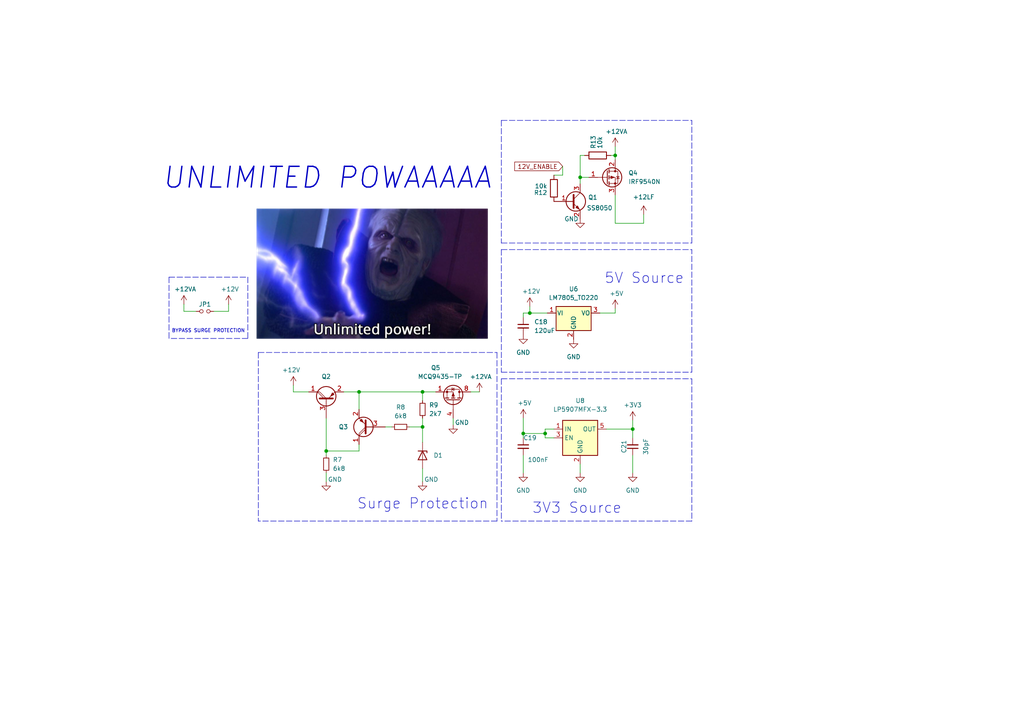
<source format=kicad_sch>
(kicad_sch (version 20211123) (generator eeschema)
  (paper "A4")
  (title_block (title "DashDash Mainboard") (date "2022-07-18") (rev "v2.0.0") (company "Churrosoft"))
  (lib_symbols
    (symbol "Device:C_Small" (pin_numbers hide) (pin_names (offset 0.254) hide)
      (property "Reference" "C" (at 0.254 1.778 0))
      (property "Value" "C_Small" (at 0.254 -2.032 0))
      (symbol "C_Small_0_1"
        (polyline (pts (xy -1.524 -0.508) (xy 1.524 -0.508)) (stroke (width 0.3302)))
        (polyline (pts (xy -1.524 0.508) (xy 1.524 0.508)) (stroke (width 0.3048)))
      )
      (symbol "C_Small_1_1"
        (pin passive line (at 0 2.54 270) (length 2.032) (name "~") (number "1"))
        (pin passive line (at 0 -2.54 90) (length 2.032) (name "~") (number "2"))
      )
    )
    (symbol "Device:Jumper_NO_Small" (pin_numbers hide) (pin_names (offset 0.762) hide)
      (property "Reference" "JP" (at 0 2.032 0))
      (property "Value" "Jumper_NO_Small" (at 0.254 -1.524 0))
      (symbol "Jumper_NO_Small_0_1"
        (circle (center -1.016 0) (radius 0.508))
        (circle (center 1.016 0) (radius 0.508))
        (pin passive line (at -2.54 0 0) (length 1.016) (name "1") (number "1"))
        (pin passive line (at 2.54 0 180) (length 1.016) (name "2") (number "2"))
      )
    )
    (symbol "Device:Q_PNP_Darlington_CEB" (pin_names (offset 0) hide)
      (property "Reference" "Q" (at 4.572 1.27 0))
      (property "Value" "Q_PNP_Darlington_CEB" (at 4.572 -1.27 0))
      (symbol "Q_PNP_Darlington_CEB_0_1"
        (polyline (pts (xy 0.635 0.635) (xy 2.54 2.54)))
        (polyline (pts (xy 0.635 -0.635) (xy 2.54 -2.54) (xy 2.54 -2.54)))
        (polyline (pts (xy 0.635 0) (xy 2.54 1.905) (xy 2.54 2.54)))
        (polyline (pts (xy 0.635 1.905) (xy 0.635 -1.905) (xy 0.635 -1.905)) (stroke (width 0.508)))
        (polyline (pts (xy 2.286 -1.778) (xy 1.778 -2.286) (xy 1.27 -1.27) (xy 2.286 -1.778) (xy 2.286 -1.778)) (fill (type outline)))
        (circle (center 1.27 0) (radius 2.8194) (stroke (width 0.254)))
      )
      (symbol "Q_PNP_Darlington_CEB_1_1"
        (pin passive line (at 2.54 5.08 270) (length 2.54) (name "C") (number "1"))
        (pin passive line (at 2.54 -5.08 90) (length 2.54) (name "E") (number "2"))
        (pin input line (at -5.08 0 0) (length 5.715) (name "B") (number "3"))
      )
    )
    (symbol "Device:R" (pin_numbers hide) (pin_names (offset 0))
      (property "Reference" "R" (at 2.032 0 90))
      (property "Value" "R" (at 0 0 90))
      (symbol "R_0_1"
        (rectangle (start -1.016 -2.54) (end 1.016 2.54) (stroke (width 0.254)))
      )
      (symbol "R_1_1"
        (pin passive line (at 0 3.81 270) (length 1.27) (name "~") (number "1"))
        (pin passive line (at 0 -3.81 90) (length 1.27) (name "~") (number "2"))
      )
    )
    (symbol "Device:R_Small" (pin_numbers hide) (pin_names (offset 0.254) hide)
      (property "Reference" "R" (at 0.762 0.508 0))
      (property "Value" "R_Small" (at 0.762 -1.016 0))
      (symbol "R_Small_0_1"
        (rectangle (start -0.762 1.778) (end 0.762 -1.778) (stroke (width 0.2032)))
      )
      (symbol "R_Small_1_1"
        (pin passive line (at 0 2.54 270) (length 0.762) (name "~") (number "1"))
        (pin passive line (at 0 -2.54 90) (length 0.762) (name "~") (number "2"))
      )
    )
    (symbol "Diode:BZX84Cxx" (pin_numbers hide) (pin_names hide)
      (property "Reference" "D" (at 0 3.81 0))
      (property "Value" "BZX84Cxx" (at 0 -3.81 0))
      (symbol "BZX84Cxx_0_1"
        (polyline (pts (xy 1.27 0) (xy -1.27 0)))
        (polyline (pts (xy -1.27 -1.27) (xy -1.27 1.27) (xy -0.762 1.27)) (stroke (width 0.254)))
        (polyline (pts (xy 1.27 -1.27) (xy 1.27 1.27) (xy -1.27 0) (xy 1.27 -1.27)) (stroke (width 0.254)))
      )
      (symbol "BZX84Cxx_1_1"
        (pin passive line (at 3.81 0 180) (length 2.54) (name "A") (number "1"))
        (pin no_connect line (at 1.27 0 180) (length 2.54) hide (name "NC") (number "2"))
        (pin passive line (at -3.81 0 0) (length 2.54) (name "K") (number "3"))
      )
    )
    (symbol "Regulator_Linear:LM7805_TO220" (pin_names (offset 0.254))
      (property "Reference" "U" (at -3.81 3.175 0))
      (property "Value" "LM7805_TO220" (at 0 3.175 0))
      (symbol "LM7805_TO220_0_1"
        (rectangle (start -5.08 1.905) (end 5.08 -5.08) (stroke (width 0.254)) (fill (type background)))
      )
      (symbol "LM7805_TO220_1_1"
        (pin power_in line (at -7.62 0 0) (length 2.54) (name "VI") (number "1"))
        (pin power_in line (at 0 -7.62 90) (length 2.54) (name "GND") (number "2"))
        (pin power_out line (at 7.62 0 180) (length 2.54) (name "VO") (number "3"))
      )
    )
    (symbol "Regulator_Linear:LP5907MFX-3.3"
      (property "Reference" "U" (at -3.81 6.35 0))
      (property "Value" "LP5907MFX-3.3" (at 6.35 6.35 0))
      (symbol "LP5907MFX-3.3_0_1"
        (rectangle (start -5.08 -5.08) (end 5.08 5.08) (stroke (width 0.254)) (fill (type background)))
        (pin power_in line (at -7.62 2.54 0) (length 2.54) (name "IN") (number "1"))
        (pin power_in line (at 0 -7.62 90) (length 2.54) (name "GND") (number "2"))
        (pin input line (at -7.62 0 0) (length 2.54) (name "EN") (number "3"))
        (pin no_connect line (at 5.08 0 180) (length 2.54) hide (name "NC") (number "4"))
        (pin power_out line (at 7.62 2.54 180) (length 2.54) (name "OUT") (number "5"))
      )
    )
    (symbol "Transistor_BJT:2N3055" (pin_names (offset 0) hide)
      (property "Reference" "Q" (at 5.08 1.905 0))
      (property "Value" "2N3055" (at 5.08 0 0))
      (symbol "2N3055_0_1"
        (polyline (pts (xy 0.635 0.635) (xy 2.54 2.54)))
        (polyline (pts (xy 0.635 -0.635) (xy 2.54 -2.54) (xy 2.54 -2.54)))
        (polyline (pts (xy 0.635 1.905) (xy 0.635 -1.905) (xy 0.635 -1.905)) (stroke (width 0.508)))
        (polyline (pts (xy 1.27 -1.778) (xy 1.778 -1.27) (xy 2.286 -2.286) (xy 1.27 -1.778) (xy 1.27 -1.778)) (fill (type outline)))
        (circle (center 1.27 0) (radius 2.8194) (stroke (width 0.254)))
      )
      (symbol "2N3055_1_1"
        (pin input line (at -5.08 0 0) (length 5.715) (name "B") (number "1"))
        (pin passive line (at 2.54 -5.08 90) (length 2.54) (name "E") (number "2"))
        (pin passive line (at 2.54 5.08 270) (length 2.54) (name "C") (number "3"))
      )
    )
    (symbol "Transistor_FET:IRF7404" (pin_names hide)
      (property "Reference" "Q" (at 5.08 1.905 0))
      (property "Value" "IRF7404" (at 5.08 0 0))
      (symbol "IRF7404_0_1"
        (polyline (pts (xy 0.254 0) (xy -2.54 0)))
        (polyline (pts (xy 0.254 1.905) (xy 0.254 -1.905)) (stroke (width 0.254)))
        (polyline (pts (xy 0.762 -1.27) (xy 0.762 -2.286)) (stroke (width 0.254)))
        (polyline (pts (xy 0.762 0.508) (xy 0.762 -0.508)) (stroke (width 0.254)))
        (polyline (pts (xy 0.762 2.286) (xy 0.762 1.27)) (stroke (width 0.254)))
        (polyline (pts (xy 2.54 2.54) (xy 2.54 1.778)))
        (polyline (pts (xy 2.54 -2.54) (xy 2.54 0) (xy 0.762 0)))
        (polyline (pts (xy 0.762 1.778) (xy 3.302 1.778) (xy 3.302 -1.778) (xy 0.762 -1.778)))
        (polyline (pts (xy 2.286 0) (xy 1.27 0.381) (xy 1.27 -0.381) (xy 2.286 0)) (fill (type outline)))
        (polyline (pts (xy 2.794 -0.508) (xy 2.921 -0.381) (xy 3.683 -0.381) (xy 3.81 -0.254)))
        (polyline (pts (xy 3.302 -0.381) (xy 2.921 0.254) (xy 3.683 0.254) (xy 3.302 -0.381)))
        (circle (center 1.651 0) (radius 2.794) (stroke (width 0.254)))
        (circle (center 2.54 -1.778) (radius 0.254) (fill (type outline)))
        (circle (center 2.54 1.778) (radius 0.254) (fill (type outline)))
      )
      (symbol "IRF7404_1_1"
        (pin passive line (at 2.54 -5.08 90) (length 2.54) (name "S") (number "1"))
        (pin passive line (at 2.54 -5.08 90) (length 2.54) hide (name "S") (number "2"))
        (pin passive line (at 2.54 -5.08 90) (length 2.54) hide (name "S") (number "3"))
        (pin passive line (at -5.08 0 0) (length 2.54) (name "G") (number "4"))
        (pin passive line (at 2.54 5.08 270) (length 2.54) hide (name "D") (number "5"))
        (pin passive line (at 2.54 5.08 270) (length 2.54) hide (name "D") (number "6"))
        (pin passive line (at 2.54 5.08 270) (length 2.54) hide (name "D") (number "7"))
        (pin passive line (at 2.54 5.08 270) (length 2.54) (name "D") (number "8"))
      )
    )
    (symbol "Transistor_FET:IRF9540N" (pin_names hide)
      (property "Reference" "Q" (at 5.08 1.905 0))
      (property "Value" "IRF9540N" (at 5.08 0 0))
      (symbol "IRF9540N_0_1"
        (polyline (pts (xy 0.254 0) (xy -2.54 0)))
        (polyline (pts (xy 0.254 1.905) (xy 0.254 -1.905)) (stroke (width 0.254)))
        (polyline (pts (xy 0.762 -1.27) (xy 0.762 -2.286)) (stroke (width 0.254)))
        (polyline (pts (xy 0.762 0.508) (xy 0.762 -0.508)) (stroke (width 0.254)))
        (polyline (pts (xy 0.762 2.286) (xy 0.762 1.27)) (stroke (width 0.254)))
        (polyline (pts (xy 2.54 2.54) (xy 2.54 1.778)))
        (polyline (pts (xy 2.54 -2.54) (xy 2.54 0) (xy 0.762 0)))
        (polyline (pts (xy 0.762 1.778) (xy 3.302 1.778) (xy 3.302 -1.778) (xy 0.762 -1.778)))
        (polyline (pts (xy 2.286 0) (xy 1.27 0.381) (xy 1.27 -0.381) (xy 2.286 0)) (fill (type outline)))
        (polyline (pts (xy 2.794 -0.508) (xy 2.921 -0.381) (xy 3.683 -0.381) (xy 3.81 -0.254)))
        (polyline (pts (xy 3.302 -0.381) (xy 2.921 0.254) (xy 3.683 0.254) (xy 3.302 -0.381)))
        (circle (center 1.651 0) (radius 2.794) (stroke (width 0.254)))
        (circle (center 2.54 -1.778) (radius 0.254) (fill (type outline)))
        (circle (center 2.54 1.778) (radius 0.254) (fill (type outline)))
      )
      (symbol "IRF9540N_1_1"
        (pin input line (at -5.08 0 0) (length 2.54) (name "G") (number "1"))
        (pin passive line (at 2.54 5.08 270) (length 2.54) (name "D") (number "2"))
        (pin passive line (at 2.54 -5.08 90) (length 2.54) (name "S") (number "3"))
      )
    )
    (symbol "power:+12LF" (power) (pin_names (offset 0))
      (property "Value" "+12LF" (at 0 3.556 0))
      (symbol "+12LF_0_1"
        (polyline (pts (xy -0.762 1.27) (xy 0 2.54)))
        (polyline (pts (xy 0 0) (xy 0 2.54)))
        (polyline (pts (xy 0 2.54) (xy 0.762 1.27)))
      )
      (symbol "+12LF_1_1"
        (pin power_in line (at 0 0 90) (length 0) hide (name "+12LF") (number "1"))
      )
    )
    (symbol "power:+12V" (power) (pin_names (offset 0))
      (property "Value" "+12V" (at 0 3.556 0))
      (symbol "+12V_0_1"
        (polyline (pts (xy -0.762 1.27) (xy 0 2.54)))
        (polyline (pts (xy 0 0) (xy 0 2.54)))
        (polyline (pts (xy 0 2.54) (xy 0.762 1.27)))
      )
      (symbol "+12V_1_1"
        (pin power_in line (at 0 0 90) (length 0) hide (name "+12V") (number "1"))
      )
    )
    (symbol "power:+12VA" (power) (pin_names (offset 0))
      (property "Value" "+12VA" (at 0 3.556 0))
      (symbol "+12VA_0_1"
        (polyline (pts (xy -0.762 1.27) (xy 0 2.54)))
        (polyline (pts (xy 0 0) (xy 0 2.54)))
        (polyline (pts (xy 0 2.54) (xy 0.762 1.27)))
      )
      (symbol "+12VA_1_1"
        (pin power_in line (at 0 0 90) (length 0) hide (name "+12VA") (number "1"))
      )
    )
    (symbol "power:+3V3" (power) (pin_names (offset 0))
      (property "Value" "+3V3" (at 0 3.556 0))
      (symbol "+3V3_0_1"
        (polyline (pts (xy -0.762 1.27) (xy 0 2.54)))
        (polyline (pts (xy 0 0) (xy 0 2.54)))
        (polyline (pts (xy 0 2.54) (xy 0.762 1.27)))
      )
      (symbol "+3V3_1_1"
        (pin power_in line (at 0 0 90) (length 0) hide (name "+3V3") (number "1"))
      )
    )
    (symbol "power:+5V" (power) (pin_names (offset 0))
      (property "Value" "+5V" (at 0 3.556 0))
      (symbol "+5V_0_1"
        (polyline (pts (xy -0.762 1.27) (xy 0 2.54)))
        (polyline (pts (xy 0 0) (xy 0 2.54)))
        (polyline (pts (xy 0 2.54) (xy 0.762 1.27)))
      )
      (symbol "+5V_1_1"
        (pin power_in line (at 0 0 90) (length 0) hide (name "+5V") (number "1"))
      )
    )
    (symbol "power:GND" (power) (pin_names (offset 0))
      (property "Value" "GND" (at 0 -3.81 0))
      (symbol "GND_0_1"
        (polyline (pts (xy 0 0) (xy 0 -1.27) (xy 1.27 -1.27) (xy 0 -2.54) (xy -1.27 -1.27) (xy 0 -1.27)))
      )
      (symbol "GND_1_1"
        (pin power_in line (at 0 0 270) (length 0) hide (name "GND") (number "1"))
      )
    )
  )
  (junction (at 151.765 125.73))
  (junction (at 178.435 45.085))
  (junction (at 104.14 113.665))
  (junction (at 122.555 123.825))
  (junction (at 94.615 130.81))
  (junction (at 153.67 90.805))
  (junction (at 122.555 113.665))
  (junction (at 158.115 125.73))
  (junction (at 183.515 124.46))
  (junction (at 168.275 51.435))
  (wire (pts (xy 178.435 89.535) (xy 178.435 90.805)))
  (wire (pts (xy 136.525 113.665) (xy 139.065 113.665)))
  (wire (pts (xy 122.555 135.89) (xy 122.555 139.7)))
  (wire (pts (xy 160.655 127) (xy 158.115 127)))
  (polyline (pts (xy 200.66 109.855) (xy 200.66 151.13)))
  (wire (pts (xy 169.545 45.085) (xy 168.275 45.085)))
  (polyline (pts (xy 200.66 70.485) (xy 200.66 34.925)))
  (polyline (pts (xy 145.415 34.925) (xy 145.415 70.485)))
  (polyline (pts (xy 71.882 98.171) (xy 49.022 98.171)))
  (wire (pts (xy 122.555 113.665) (xy 126.365 113.665)))
  (wire (pts (xy 94.615 137.16) (xy 94.615 139.7)))
  (wire (pts (xy 104.14 118.745) (xy 104.14 113.665)))
  (wire (pts (xy 61.976 90.297) (xy 66.294 90.297)))
  (wire (pts (xy 151.765 125.73) (xy 151.765 127)))
  (wire (pts (xy 94.615 130.81) (xy 104.14 130.81)))
  (wire (pts (xy 122.555 121.285) (xy 122.555 123.825)))
  (wire (pts (xy 122.555 116.205) (xy 122.555 113.665)))
  (wire (pts (xy 85.09 111.76) (xy 85.09 113.665)))
  (wire (pts (xy 151.765 92.075) (xy 151.765 90.805)))
  (polyline (pts (xy 49.022 80.391) (xy 49.022 98.171)))
  (wire (pts (xy 151.765 90.805) (xy 153.67 90.805)))
  (wire (pts (xy 160.655 50.8) (xy 163.195 50.8)))
  (wire (pts (xy 122.555 113.665) (xy 104.14 113.665)))
  (wire (pts (xy 158.115 124.46) (xy 160.655 124.46)))
  (wire (pts (xy 183.515 132.08) (xy 183.515 137.16)))
  (wire (pts (xy 183.515 124.46) (xy 183.515 127)))
  (polyline (pts (xy 145.415 70.485) (xy 200.66 70.485)))
  (polyline (pts (xy 200.66 151.13) (xy 145.415 151.13)))
  (wire (pts (xy 168.275 45.085) (xy 168.275 51.435)))
  (wire (pts (xy 178.435 42.545) (xy 178.435 45.085)))
  (wire (pts (xy 178.435 56.515) (xy 178.435 64.77)))
  (wire (pts (xy 94.615 130.81) (xy 94.615 132.08)))
  (wire (pts (xy 151.765 121.285) (xy 151.765 125.73)))
  (wire (pts (xy 177.165 45.085) (xy 178.435 45.085)))
  (wire (pts (xy 122.555 123.825) (xy 122.555 128.27)))
  (wire (pts (xy 53.34 90.297) (xy 56.896 90.297)))
  (wire (pts (xy 183.515 121.92) (xy 183.515 124.46)))
  (wire (pts (xy 175.895 124.46) (xy 183.515 124.46)))
  (wire (pts (xy 158.115 127) (xy 158.115 125.73)))
  (wire (pts (xy 94.615 121.285) (xy 94.615 130.81)))
  (wire (pts (xy 151.765 125.73) (xy 158.115 125.73)))
  (wire (pts (xy 104.14 130.81) (xy 104.14 128.905)))
  (wire (pts (xy 168.275 134.62) (xy 168.275 137.16)))
  (wire (pts (xy 170.815 51.435) (xy 168.275 51.435)))
  (polyline (pts (xy 145.415 107.95) (xy 200.66 107.95)))
  (wire (pts (xy 153.67 88.9) (xy 153.67 90.805)))
  (wire (pts (xy 153.67 90.805) (xy 158.75 90.805)))
  (polyline (pts (xy 145.415 109.855) (xy 145.415 151.13)))
  (wire (pts (xy 111.76 123.825) (xy 113.665 123.825)))
  (polyline (pts (xy 74.93 102.235) (xy 74.93 151.13)))
  (wire (pts (xy 178.435 64.77) (xy 186.69 64.77)))
  (wire (pts (xy 85.09 113.665) (xy 89.535 113.665)))
  (polyline (pts (xy 144.145 151.13) (xy 74.93 151.13)))
  (wire (pts (xy 178.435 45.085) (xy 178.435 46.355)))
  (polyline (pts (xy 145.415 72.39) (xy 145.415 107.95)))
  (wire (pts (xy 178.435 90.805) (xy 173.99 90.805)))
  (polyline (pts (xy 71.882 80.391) (xy 71.882 98.171)))
  (polyline (pts (xy 145.415 72.39) (xy 200.66 72.39)))
  (wire (pts (xy 66.294 90.297) (xy 66.294 88.265)))
  (wire (pts (xy 158.115 125.73) (xy 158.115 124.46)))
  (polyline (pts (xy 144.145 102.235) (xy 144.145 151.13)))
  (wire (pts (xy 99.695 113.665) (xy 104.14 113.665)))
  (wire (pts (xy 186.69 62.23) (xy 186.69 64.77)))
  (polyline (pts (xy 200.66 107.95) (xy 200.66 72.39)))
  (polyline (pts (xy 49.022 80.391) (xy 71.882 80.391)))
  (wire (pts (xy 131.445 121.285) (xy 131.445 123.19)))
  (polyline (pts (xy 145.415 34.925) (xy 200.66 34.925)))
  (wire (pts (xy 168.275 51.435) (xy 168.275 53.34)))
  (wire (pts (xy 118.745 123.825) (xy 122.555 123.825)))
  (polyline (pts (xy 74.93 102.235) (xy 144.145 102.235)))
  (polyline (pts (xy 145.415 109.855) (xy 200.66 109.855)))
  (wire (pts (xy 151.765 132.08) (xy 151.765 137.16)))
  (wire (pts (xy 163.195 48.26) (xy 163.195 50.8)))
  (wire (pts (xy 53.34 88.265) (xy 53.34 90.297)))
  (image (at 107.95 79.375) (scale 0.990123))
  (text "BYPASS SURGE PROTECTION" (at 49.784 96.647 0) (effects (font (size 1 1)) (justify left bottom)))
  (text "UNLIMITED POWAAAAA" (at 142.875 55.245 180) (effects (font (size 6 6) (thickness 0.4) bold italic) (justify right bottom)))
  (text "5V Source" (at 175.26 82.55 0) (effects (font (size 3 3)) (justify left bottom)))
  (text "Surge Protection" (at 103.505 147.955 0) (effects (font (size 3 3)) (justify left bottom)))
  (text "3V3 Source" (at 154.305 149.225 0) (effects (font (size 3 3)) (justify left bottom)))
  (global_label "12V_ENABLE" (shape input) (at 163.195 48.26 180) (property "Referencias entre hojas" "${INTERSHEET_REFS}" (effects hide)))
  (symbol (lib_id "power:+5V") (at 178.435 89.535 0) (unit 1)
    (property "Reference" "#PWR043" (effects hide))
    (property "Value" "+5V" (at 178.816 85.1408 0))
  )
  (symbol (lib_id "power:GND") (at 151.765 137.16 0) (unit 1)
    (property "Reference" "#PWR045" (effects hide))
    (property "Value" "GND" (at 151.765 142.24 0))
  )
  (symbol (lib_id "power:GND") (at 168.275 63.5 0) (unit 1)
    (property "Reference" "#PWR036" (effects hide))
    (property "Value" "GND" (at 165.735 63.5 0))
  )
  (symbol (lib_id "Device:R_Small") (at 122.555 118.745 0) (unit 1)
    (property "Reference" "R9" (at 124.46 117.4749 0) (effects (justify left)))
    (property "Value" "2k7" (at 124.46 120.0149 0) (effects (justify left)))
    (property "Footprint" "Resistor_SMD:R_0603_1608Metric" (effects hide))
  )
  (symbol (lib_id "Transistor_FET:IRF7404") (at 131.445 116.205 270) (mirror x) (unit 1)
    (property "Reference" "Q5" (at 126.365 106.68 90))
    (property "Value" "MCQ9435-TP" (at 127.635 109.22 90))
    (property "Footprint" "Package_SO:SOIC-8_3.9x4.9mm_P1.27mm" (effects hide))
    (property "Datasheet" "http://www.infineon.com/dgdl/irf7404.pdf?fileId=5546d462533600a4015355fa2b5b1b9e" (effects hide))
  )
  (symbol (lib_id "power:+12VA") (at 178.435 42.545 0) (unit 1)
    (property "Reference" "#PWR042" (effects hide))
    (property "Value" "+12VA" (at 178.816 38.1508 0))
  )
  (symbol (lib_id "power:GND") (at 166.37 98.425 0) (unit 1)
    (property "Reference" "#PWR035" (effects hide))
    (property "Value" "GND" (at 166.37 103.505 0))
  )
  (symbol (lib_id "power:+12V") (at 153.67 88.9 0) (unit 1)
    (property "Reference" "#PWR032" (effects hide))
    (property "Value" "+12V" (at 154.051 84.5058 0))
  )
  (symbol (lib_id "Device:C_Small") (at 151.765 94.615 0) (unit 1)
    (property "Reference" "C18" (at 154.94 93.3512 0) (effects (justify left)))
    (property "Value" "120uF" (at 154.94 95.8912 0) (effects (justify left)))
    (property "Footprint" "Capacitor_SMD:CP_Elec_8x6.5" (effects hide))
    (property "DIGY" "A768KE107M1VLAE036" (effects hide))
  )
  (symbol (lib_id "power:+12VA") (at 53.34 88.265 0) (unit 1)
    (property "Reference" "#PWR040" (effects hide))
    (property "Value" "+12VA" (at 53.721 83.8708 0))
  )
  (symbol (lib_id "power:GND") (at 94.615 139.7 0) (unit 1)
    (property "Reference" "#PWR0131" (effects hide))
    (property "Value" "GND" (at 97.155 139.065 0))
  )
  (symbol (lib_id "power:+12V") (at 85.09 111.76 0) (unit 1)
    (property "Reference" "#PWR033" (effects hide))
    (property "Value" "+12V" (at 84.455 107.315 0))
  )
  (symbol (lib_id "power:GND") (at 131.445 123.19 0) (unit 1)
    (property "Reference" "#PWR0132" (effects hide))
    (property "Value" "GND" (at 133.985 122.555 0))
  )
  (symbol (lib_id "Regulator_Linear:LM7805_TO220") (at 166.37 90.805 0) (unit 1)
    (property "Reference" "U6" (at 166.37 83.82 0))
    (property "Value" "LM7805_TO220" (at 166.37 86.36 0))
    (property "Footprint" "Package_TO_SOT_THT:TO-220-3_Vertical" (effects hide))
    (property "Datasheet" "https://www.onsemi.cn/PowerSolutions/document/MC7800-D.PDF" (effects hide))
  )
  (symbol (lib_id "power:GND") (at 183.515 137.16 0) (unit 1)
    (property "Reference" "#PWR060" (effects hide))
    (property "Value" "GND" (at 183.515 142.24 0))
  )
  (symbol (lib_id "Transistor_FET:IRF9540N") (at 175.895 51.435 0) (unit 1)
    (property "Reference" "Q4" (at 182.245 50.1649 0) (effects (justify left)))
    (property "Value" "IRF9540N" (at 182.245 52.7049 0) (effects (justify left)))
    (property "Footprint" "Package_TO_SOT_SMD:TO-252-2" (effects hide))
    (property "Datasheet" "http://www.irf.com/product-info/datasheets/data/irf9540n.pdf" (effects hide))
  )
  (symbol (lib_id "power:+12LF") (at 186.69 62.23 0) (unit 1)
    (property "Reference" "#PWR044" (effects hide))
    (property "Value" "+12LF" (at 186.69 57.15 0))
  )
  (symbol (lib_id "Device:C_Small") (at 151.765 129.54 0) (unit 1)
    (property "Reference" "C19" (at 151.765 127 0) (effects (justify left)))
    (property "Value" "100nF" (at 153.035 133.35 0) (effects (justify left)))
    (property "Footprint" "Capacitor_SMD:C_0603_1608Metric" (effects hide))
  )
  (symbol (lib_id "power:GND") (at 122.555 139.7 0) (unit 1)
    (property "Reference" "#PWR0133" (effects hide))
    (property "Value" "GND" (at 125.095 139.065 0))
  )
  (symbol (lib_id "power:+12VA") (at 139.065 113.665 0) (unit 1)
    (property "Reference" "#PWR027" (effects hide))
    (property "Value" "+12VA" (at 139.446 109.2708 0))
  )
  (symbol (lib_id "Device:Q_PNP_Darlington_CEB") (at 106.68 123.825 180) (unit 1)
    (property "Reference" "Q3" (at 100.965 123.8249 0) (effects (justify left)))
    (property "Value" "2PB1424,115" (effects hide))
    (property "Footprint" "Package_TO_SOT_SMD:SOT-89-3" (effects hide))
  )
  (symbol (lib_id "Device:Q_PNP_Darlington_CEB") (at 94.615 116.205 90) (unit 1)
    (property "Reference" "Q2" (at 94.615 109.22 90))
    (property "Value" "2PB1424,115" (effects hide))
    (property "Footprint" "Package_TO_SOT_SMD:SOT-89-3" (effects hide))
  )
  (symbol (lib_id "Device:Jumper_NO_Small") (at 59.436 90.297 0) (unit 1)
    (property "Reference" "JP1" (at 59.436 88.265 0))
    (property "Value" "Jumper_NO_Small" (effects hide))
    (property "Footprint" "Jumper:SolderJumper-2_P1.3mm_Open_RoundedPad1.0x1.5mm" (effects hide))
  )
  (symbol (lib_id "power:+5V") (at 151.765 121.285 0) (unit 1)
    (property "Reference" "#PWR010" (effects hide))
    (property "Value" "+5V" (at 152.146 116.8908 0))
  )
  (symbol (lib_id "Device:R") (at 160.655 54.61 180) (unit 1)
    (property "Reference" "R12" (at 158.75 55.88 0) (effects (justify left)))
    (property "Value" "10k" (at 158.75 53.975 0) (effects (justify left)))
    (property "Footprint" "Resistor_SMD:R_0603_1608Metric" (effects hide))
  )
  (symbol (lib_id "power:+12V") (at 66.294 88.265 0) (unit 1)
    (property "Reference" "#PWR041" (effects hide))
    (property "Value" "+12V" (at 66.675 83.8708 0))
  )
  (symbol (lib_id "power:GND") (at 151.765 97.155 0) (unit 1)
    (property "Reference" "#PWR07" (effects hide))
    (property "Value" "GND" (at 151.765 102.235 0))
  )
  (symbol (lib_id "Regulator_Linear:LP5907MFX-3.3") (at 168.275 127 0) (unit 1)
    (property "Reference" "U8" (at 168.275 116.205 0))
    (property "Value" "LP5907MFX-3.3" (at 168.275 118.745 0))
    (property "Footprint" "Package_TO_SOT_SMD:SOT-23-5" (effects hide))
    (property "Datasheet" "http://www.ti.com/lit/ds/symlink/lp5907.pdf" (effects hide))
    (property "DIGY" "https://www.digikey.com/en/products/detail/texas-instruments/LP5907MFX-3-3-NOPB/3906441" (effects hide))
  )
  (symbol (lib_id "Device:R") (at 173.355 45.085 90) (unit 1)
    (property "Reference" "R13" (at 172.085 43.18 0) (effects (justify left)))
    (property "Value" "10k" (at 173.99 43.18 0) (effects (justify left)))
    (property "Footprint" "Resistor_SMD:R_0603_1608Metric" (effects hide))
  )
  (symbol (lib_id "Device:C_Small") (at 183.515 129.54 180) (unit 1)
    (property "Reference" "C21" (at 180.975 129.54 90))
    (property "Value" "30pF" (at 187.325 129.54 90))
    (property "Footprint" "Capacitor_SMD:C_0603_1608Metric" (effects hide))
  )
  (symbol (lib_id "Transistor_BJT:2N3055") (at 165.735 58.42 0) (unit 1)
    (property "Reference" "Q1" (at 170.561 57.2516 0) (effects (justify left)))
    (property "Value" "SS8050" (at 170.18 60.325 0) (effects (justify left)))
    (property "Footprint" "Package_TO_SOT_SMD:SOT-23" (effects hide))
    (property "Datasheet" "http://www.onsemi.com/pub_link/Collateral/2N3055-D.PDF" (effects hide))
    (property "LCSC" "C2150" (effects hide))
  )
  (symbol (lib_id "Device:R_Small") (at 94.615 134.62 0) (unit 1)
    (property "Reference" "R7" (at 96.52 133.3499 0) (effects (justify left)))
    (property "Value" "6k8" (at 96.52 135.8899 0) (effects (justify left)))
    (property "Footprint" "Resistor_SMD:R_0603_1608Metric" (effects hide))
  )
  (symbol (lib_id "Device:R_Small") (at 116.205 123.825 90) (unit 1)
    (property "Reference" "R8" (at 116.205 118.11 90))
    (property "Value" "6k8" (at 116.205 120.65 90))
    (property "Footprint" "Resistor_SMD:R_0603_1608Metric" (effects hide))
  )
  (symbol (lib_id "Diode:BZX84Cxx") (at 122.555 132.08 270) (unit 1)
    (property "Reference" "D1" (at 125.73 132.0799 90) (effects (justify left)))
    (property "Value" "BZX84C5V6LT1G" (effects hide))
    (property "Footprint" "Package_TO_SOT_SMD:SOT-23" (effects hide))
    (property "Datasheet" "https://diotec.com/tl_files/diotec/files/pdf/datasheets/bzx84c2v4.pdf" (effects hide))
  )
  (symbol (lib_id "power:GND") (at 168.275 137.16 0) (unit 1)
    (property "Reference" "#PWR048" (effects hide))
    (property "Value" "GND" (at 168.275 142.24 0))
  )
  (symbol (lib_id "power:+3V3") (at 183.515 121.92 0) (unit 1)
    (property "Reference" "#PWR050" (effects hide))
    (property "Value" "+3V3" (at 183.515 117.475 0))
  )
)
</source>
